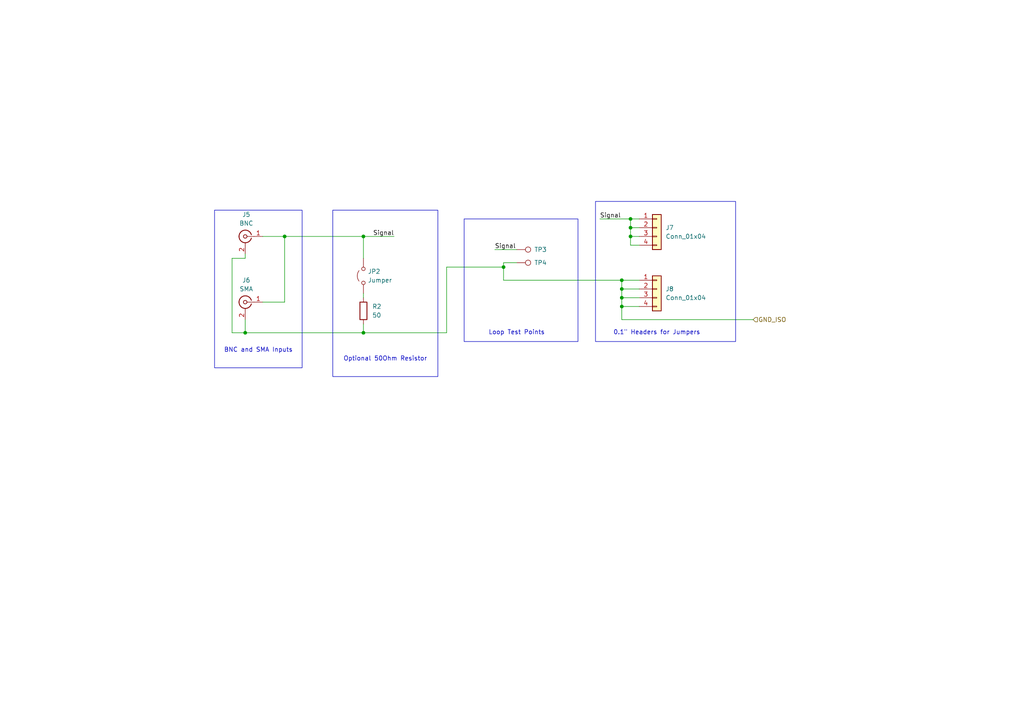
<source format=kicad_sch>
(kicad_sch (version 20250114) (generator "eeschema") (generator_version "9.0")
  (paper "A4")
  (lib_symbols
    (symbol "Connector:Conn_Coaxial" (pin_names (offset 1.016) (hide yes))
      (property "Reference" "J" (at 0.254 3.048 0))
      (property "Value" "Conn_Coaxial" (at 2.921 0 90))
      (symbol "Conn_Coaxial_0_1"
        (polyline (pts (xy -2.54 0) (xy -0.508 0)))
        (arc (start 1.778 0) (mid 0.222 -1.8079) (end -1.778 -0.508) (stroke (width 0.254)))
        (arc (start -1.778 0.508) (mid 0.2221 1.8084) (end 1.778 0) (stroke (width 0.254)))
        (circle (center 0 0) (radius 0.508) (stroke (width 0.2032)))
        (polyline (pts (xy 0 -2.54) (xy 0 -1.778)))
      )
      (symbol "Conn_Coaxial_1_1"
        (pin passive line (at -5.08 0 0) (length 2.54) (name "In") (number "1"))
        (pin passive line (at 0 -5.08 90) (length 2.54) (name "Ext") (number "2"))
      )
    )
    (symbol "Connector:TestPoint" (pin_numbers (hide yes)) (pin_names (offset 0.762) (hide yes))
      (property "Reference" "TP" (at 0 6.858 0))
      (property "Value" "TestPoint" (at 0 5.08 0))
      (symbol "TestPoint_0_1"
        (circle (center 0 3.302) (radius 0.762))
      )
      (symbol "TestPoint_1_1"
        (pin passive line (at 0 0 90) (length 2.54) (name "1") (number "1"))
      )
    )
    (symbol "Connector_Generic:Conn_01x04" (pin_names (offset 1.016) (hide yes))
      (property "Reference" "J" (at 0 5.08 0))
      (property "Value" "Conn_01x04" (at 0 -7.62 0))
      (symbol "Conn_01x04_1_1"
        (rectangle (start -1.27 3.81) (end 1.27 -6.35) (stroke (width 0.254)) (fill (type background)))
        (rectangle (start -1.27 2.667) (end 0 2.413) (stroke (width 0.1524)))
        (rectangle (start -1.27 0.127) (end 0 -0.127) (stroke (width 0.1524)))
        (rectangle (start -1.27 -2.413) (end 0 -2.667) (stroke (width 0.1524)))
        (rectangle (start -1.27 -4.953) (end 0 -5.207) (stroke (width 0.1524)))
        (pin passive line (at -5.08 2.54 0) (length 3.81) (name "Pin_1") (number "1"))
        (pin passive line (at -5.08 0 0) (length 3.81) (name "Pin_2") (number "2"))
        (pin passive line (at -5.08 -2.54 0) (length 3.81) (name "Pin_3") (number "3"))
        (pin passive line (at -5.08 -5.08 0) (length 3.81) (name "Pin_4") (number "4"))
      )
    )
    (symbol "Device:R" (pin_numbers (hide yes)) (pin_names (offset 0))
      (property "Reference" "R" (at 2.032 0 90))
      (property "Value" "R" (at 0 0 90))
      (symbol "R_0_1"
        (rectangle (start -1.016 -2.54) (end 1.016 2.54) (stroke (width 0.254)))
      )
      (symbol "R_1_1"
        (pin passive line (at 0 3.81 270) (length 1.27) (name "~") (number "1"))
        (pin passive line (at 0 -3.81 90) (length 1.27) (name "~") (number "2"))
      )
    )
    (symbol "Jumper:Jumper_2_Open" (pin_numbers (hide yes)) (pin_names (offset 0) (hide yes))
      (property "Reference" "JP" (at 0 2.794 0))
      (property "Value" "Jumper_2_Open" (at 0 -2.286 0))
      (symbol "Jumper_2_Open_0_0"
        (circle (center -2.032 0) (radius 0.508))
        (circle (center 2.032 0) (radius 0.508))
      )
      (symbol "Jumper_2_Open_0_1"
        (arc (start -1.524 1.27) (mid 0 1.778) (end 1.524 1.27))
      )
      (symbol "Jumper_2_Open_1_1"
        (pin passive line (at -5.08 0 0) (length 2.54) (name "A") (number "1"))
        (pin passive line (at 5.08 0 180) (length 2.54) (name "B") (number "2"))
      )
    )
  )
  (rectangle (start 134.62 63.5) (end 167.64 99.06))
  (rectangle (start 172.72 58.42) (end 213.36 99.06))
  (rectangle (start 62.23 60.96) (end 87.63 106.68))
  (rectangle (start 96.52 60.96) (end 127 109.22))
  (text "Loop Test Points" (at 149.86 96.52 0) (effects (font (size 1.27 1.27))))
  (text "BNC and SMA Inputs" (at 74.93 101.6 0) (effects (font (size 1.27 1.27))))
  (text "0.1\" Headers for Jumpers" (at 190.5 96.52 0) (effects (font (size 1.27 1.27))))
  (text "Optional 50Ohm Resistor" (at 111.76 104.14 0) (effects (font (size 1.27 1.27))))
  (junction (at 180.34 81.28))
  (junction (at 105.41 96.52))
  (junction (at 182.88 66.04))
  (junction (at 182.88 63.5))
  (junction (at 180.34 88.9))
  (junction (at 180.34 86.36))
  (junction (at 182.88 68.58))
  (junction (at 71.12 96.52))
  (junction (at 105.41 68.58))
  (junction (at 180.34 83.82))
  (junction (at 82.55 68.58))
  (junction (at 146.05 77.47))
  (wire (pts (xy 182.88 63.5) (xy 185.42 63.5)))
  (wire (pts (xy 105.41 68.58) (xy 105.41 74.93)))
  (wire (pts (xy 105.41 96.52) (xy 71.12 96.52)))
  (wire (pts (xy 71.12 74.93) (xy 67.31 74.93)))
  (wire (pts (xy 180.34 83.82) (xy 185.42 83.82)))
  (wire (pts (xy 185.42 81.28) (xy 180.34 81.28)))
  (wire (pts (xy 180.34 86.36) (xy 180.34 88.9)))
  (wire (pts (xy 146.05 81.28) (xy 180.34 81.28)))
  (wire (pts (xy 173.99 63.5) (xy 182.88 63.5)))
  (wire (pts (xy 180.34 81.28) (xy 180.34 83.82)))
  (wire (pts (xy 76.2 87.63) (xy 82.55 87.63)))
  (wire (pts (xy 185.42 71.12) (xy 182.88 71.12)))
  (wire (pts (xy 182.88 66.04) (xy 182.88 68.58)))
  (wire (pts (xy 182.88 68.58) (xy 182.88 71.12)))
  (wire (pts (xy 71.12 73.66) (xy 71.12 74.93)))
  (wire (pts (xy 182.88 63.5) (xy 182.88 66.04)))
  (wire (pts (xy 182.88 68.58) (xy 185.42 68.58)))
  (wire (pts (xy 67.31 74.93) (xy 67.31 96.52)))
  (wire (pts (xy 76.2 68.58) (xy 82.55 68.58)))
  (wire (pts (xy 180.34 83.82) (xy 180.34 86.36)))
  (wire (pts (xy 67.31 96.52) (xy 71.12 96.52)))
  (wire (pts (xy 105.41 85.09) (xy 105.41 86.36)))
  (wire (pts (xy 180.34 92.71) (xy 218.44 92.71)))
  (wire (pts (xy 105.41 96.52) (xy 129.54 96.52)))
  (wire (pts (xy 146.05 77.47) (xy 146.05 81.28)))
  (wire (pts (xy 146.05 76.2) (xy 146.05 77.47)))
  (wire (pts (xy 182.88 66.04) (xy 185.42 66.04)))
  (wire (pts (xy 149.86 76.2) (xy 146.05 76.2)))
  (wire (pts (xy 105.41 93.98) (xy 105.41 96.52)))
  (wire (pts (xy 82.55 68.58) (xy 105.41 68.58)))
  (wire (pts (xy 180.34 88.9) (xy 185.42 88.9)))
  (wire (pts (xy 105.41 68.58) (xy 114.3 68.58)))
  (wire (pts (xy 129.54 77.47) (xy 146.05 77.47)))
  (wire (pts (xy 129.54 96.52) (xy 129.54 77.47)))
  (wire (pts (xy 143.51 72.39) (xy 149.86 72.39)))
  (wire (pts (xy 180.34 86.36) (xy 185.42 86.36)))
  (wire (pts (xy 82.55 87.63) (xy 82.55 68.58)))
  (wire (pts (xy 180.34 88.9) (xy 180.34 92.71)))
  (wire (pts (xy 71.12 92.71) (xy 71.12 96.52)))
  (label "Signal" (at 114.3 68.58 180))
  (label "Signal" (at 173.99 63.5 0))
  (label "Signal" (at 143.51 72.39 0))
  (hierarchical_label "GND_ISO" (shape input) (at 218.44 92.71 0))
  (symbol (lib_id "Jumper:Jumper_2_Open") (at 105.41 80.01 90) (unit 1)
    (property "Reference" "JP2" (at 106.68 78.7399 90) (effects (justify right)))
    (property "Value" "Jumper" (at 106.68 81.2799 90) (effects (justify right)))
    (property "Footprint" "SKEC_Footprints:SolderJumper-2_P2.54mm_Bridged" (effects (hide yes)))
    (property "Description" "Jumper, 2-pole, open" (effects (hide yes)))
    (instances (project "GDS_Coax_Input_Block" (path "" (reference "JP2") (unit 1)) (path "" (reference "JP1") (unit 1))))
  )
  (symbol (lib_id "Connector_Generic:Conn_01x04") (at 190.5 83.82 0) (unit 1)
    (property "Reference" "J8" (at 193.04 83.8199 0) (effects (justify left)))
    (property "Value" "Conn_01x04" (at 193.04 86.3599 0) (effects (justify left)))
    (property "Footprint" "Connector_PinHeader_2.54mm:PinHeader_1x04_P2.54mm_Vertical" (effects (hide yes)))
    (property "Description" "Generic connector, single row, 01x04, script generated (kicad-library-utils/schlib/autogen/connector/)" (effects (hide yes)))
    (instances (project "GDS_Coax_Input_Block" (path "" (reference "J8") (unit 1)) (path "" (reference "J4") (unit 1))))
  )
  (symbol (lib_id "Connector:TestPoint") (at 149.86 72.39 270) (unit 1)
    (property "Reference" "TP3" (at 154.94 72.3899 90) (effects (justify left)))
    (property "Value" "TestPoint" (effects (hide yes)))
    (property "Footprint" "TestPoint:TestPoint_Keystone_5010-5014_Multipurpose" (effects (hide yes)))
    (property "Description" "test point" (effects (hide yes)))
    (instances (project "GDS_Coax_Input_Block" (path "" (reference "TP3") (unit 1)) (path "" (reference "TP1") (unit 1))))
  )
  (symbol (lib_id "Connector:TestPoint") (at 149.86 76.2 270) (unit 1)
    (property "Reference" "TP4" (at 154.94 76.1999 90) (effects (justify left)))
    (property "Value" "TestPoint" (effects (hide yes)))
    (property "Footprint" "TestPoint:TestPoint_Keystone_5010-5014_Multipurpose" (effects (hide yes)))
    (property "Description" "test point" (effects (hide yes)))
    (instances (project "GDS_Coax_Input_Block" (path "" (reference "TP4") (unit 1)) (path "" (reference "TP2") (unit 1))))
  )
  (symbol (lib_id "Connector_Generic:Conn_01x04") (at 190.5 66.04 0) (unit 1)
    (property "Reference" "J7" (at 193.04 66.0399 0) (effects (justify left)))
    (property "Value" "Conn_01x04" (at 193.04 68.5799 0) (effects (justify left)))
    (property "Footprint" "Connector_PinHeader_2.54mm:PinHeader_1x04_P2.54mm_Vertical" (effects (hide yes)))
    (property "Description" "Generic connector, single row, 01x04, script generated (kicad-library-utils/schlib/autogen/connector/)" (effects (hide yes)))
    (instances (project "GDS_Coax_Input_Block" (path "" (reference "J7") (unit 1)) (path "" (reference "J3") (unit 1))))
  )
  (symbol (lib_id "Device:R") (at 105.41 90.17 0) (unit 1)
    (property "Reference" "R2" (at 107.95 88.8999 0) (effects (justify left)))
    (property "Value" "50" (at 107.95 91.4399 0) (effects (justify left)))
    (property "Footprint" "Resistor_SMD:R_0603_1608Metric_Pad0.98x0.95mm_HandSolder" (effects (hide yes)))
    (property "Description" "Resistor" (effects (hide yes)))
    (instances (project "GDS_Coax_Input_Block" (path "" (reference "R2") (unit 1)) (path "" (reference "R1") (unit 1))))
  )
  (symbol (lib_id "Connector:Conn_Coaxial") (at 71.12 68.58 0) (mirror y) (unit 1)
    (property "Reference" "J5" (at 71.4374 62.23 0))
    (property "Value" "BNC" (at 71.4374 64.77 0))
    (property "Footprint" "Connector_Coaxial:BNC_TEConnectivity_1478204_Vertical" (effects (hide yes)))
    (property "Description" "coaxial connector (BNC, SMA, SMB, SMC, Cinch/RCA, LEMO, ...)" (effects (hide yes)))
    (instances (project "GDS_Coax_Input_Block" (path "" (reference "J5") (unit 1)) (path "" (reference "J1") (unit 1))))
  )
  (symbol (lib_id "Connector:Conn_Coaxial") (at 71.12 87.63 0) (mirror y) (unit 1)
    (property "Reference" "J6" (at 71.4374 81.28 0))
    (property "Value" "SMA" (at 71.4374 83.82 0))
    (property "Footprint" "Connector_Coaxial:SMA_Amphenol_132134-11_Vertical" (effects (hide yes)))
    (property "Description" "coaxial connector (BNC, SMA, SMB, SMC, Cinch/RCA, LEMO, ...)" (effects (hide yes)))
    (instances (project "GDS_Coax_Input_Block" (path "" (reference "J6") (unit 1)) (path "" (reference "J2") (unit 1))))
  )
)
</source>
